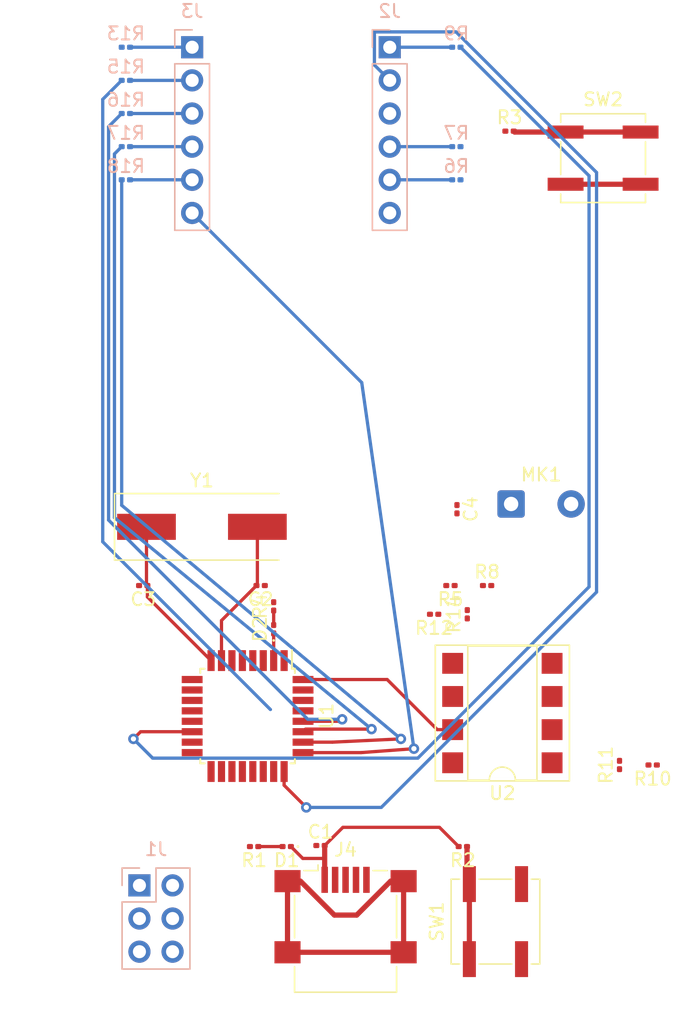
<source format=kicad_pcb>
(kicad_pcb (version 20211014) (generator pcbnew)
  (layers (0 "F.Cu" signal) (31 "B.Cu" signal) (34 "B.Paste" user) (35 "F.Paste" user) (36 "B.SilkS" user "B.Silkscreen") (37 "F.SilkS" user "F.Silkscreen") (38 "B.Mask" user) (39 "F.Mask" user) (44 "Edge.Cuts" user))
  (net 0 "")
  (net 1 "GND")
  (net 2 "RESET")
  (net 3 "XTAL1")
  (net 4 "XTAL2")
  (net 5 "Net-(C4-Pad1)")
  (net 6 "Net-(C4-Pad2)")
  (net 7 "Net-(D1-Pad2)")
  (net 8 "D4")
  (net 9 "Net-(D2-Pad2)")
  (net 10 "MISO1")
  (net 11 "SCK1")
  (net 12 "MOSI1")
  (net 13 "Net-(J2-Pad1)")
  (net 14 "B1")
  (net 15 "B0")
  (net 16 "Net-(J2-Pad4)")
  (net 17 "Net-(J2-Pad5)")
  (net 18 "D5")
  (net 19 "Net-(J3-Pad1)")
  (net 20 "Net-(J3-Pad2)")
  (net 21 "Net-(J3-Pad3)")
  (net 22 "Net-(J3-Pad4)")
  (net 23 "Net-(J3-Pad5)")
  (net 24 "C2")
  (net 28 "unconnected-(J4-Pad6)")
  (net 29 "Net-(R2-Pad1)")
  (net 30 "INT1")
  (net 31 "D6")
  (net 32 "D7")
  (net 33 "B2")
  (net 34 "Net-(R10-Pad2)")
  (net 35 "Net-(R11-Pad1)")
  (net 36 "Net-(R12-Pad1)")
  (net 37 "D1")
  (net 38 "D0")
  (net 39 "C5")
  (net 40 "C4")
  (net 41 "C3")
  (net 46 "INT0")
  (net 47 "+5V")
  (footprint "Connector_USB:USB_Mini-B_Lumberg_2486_01_Horizontal" (layer "F.Cu") (at 121.92 132.08)
    (fp_text reference "J4" (at 0 -5) (layer "F.SilkS"))
    (fp_text value "USB_B_Mini")
    (fp_line (start -3.19 -3.41) (end -2.11 -3.41) (layer "F.SilkS") (width 0.12))
    (fp_line (start -3.91 1.74) (end -3.91 -1.49) (layer "F.SilkS") (width 0.12))
    (fp_line (start 3.91 5.91) (end 3.91 3.96) (layer "F.SilkS") (width 0.12))
    (fp_line (start -2.11 -3.41) (end -2.11 -3.84) (layer "F.SilkS") (width 0.12))
    (fp_line (start 2.11 -3.41) (end 3.19 -3.41) (layer "F.SilkS") (width 0.12))
    (fp_line (start 3.91 5.91) (end -3.91 5.91) (layer "F.SilkS") (width 0.12))
    (fp_line (start -3.91 5.91) (end -3.91 3.96) (layer "F.SilkS") (width 0.12))
    (fp_line (start 3.91 1.74) (end 3.91 -1.49) (layer "F.SilkS") (width 0.12))
    (pad "" np_thru_hole circle locked (at -2.2 0) (size 1 1) (drill 1) (layers *.Cu *.Mask))
    (pad "" np_thru_hole circle locked (at 2.2 0) (size 1 1) (drill 1) (layers *.Cu *.Mask))
    (pad "1" smd rect locked (at -1.6 -2.7) (size 0.5 2) (layers "F.Cu" "F.Paste" "F.Mask") (net 47 "+5V"))
    (pad "2" smd rect locked (at -0.8 -2.7) (size 0.5 2) (layers "F.Cu" "F.Paste" "F.Mask"))
    (pad "3" smd rect locked (at 0 -2.7) (size 0.5 2) (layers "F.Cu" "F.Paste" "F.Mask"))
    (pad "4" smd rect locked (at 0.8 -2.7) (size 0.5 2) (layers "F.Cu" "F.Paste" "F.Mask"))
    (pad "5" smd rect locked (at 1.6 -2.7) (size 0.5 2) (layers "F.Cu" "F.Paste" "F.Mask") (net 1 "GND"))
    (pad "6" smd rect locked (at -4.45 2.85) (size 2 1.7) (layers "F.Cu" "F.Paste" "F.Mask") (net 28 "unconnected-(J4-Pad6)"))
    (pad "6" smd rect locked (at 4.45 2.85) (size 2 1.7) (layers "F.Cu" "F.Paste" "F.Mask") (net 28 "unconnected-(J4-Pad6)"))
    (pad "6" smd rect locked (at 4.45 -2.6) (size 2 1.7) (layers "F.Cu" "F.Paste" "F.Mask") (net 28 "unconnected-(J4-Pad6)"))
    (pad "6" smd rect locked (at -4.45 -2.6) (size 2 1.7) (layers "F.Cu" "F.Paste" "F.Mask") (net 28 "unconnected-(J4-Pad6)"))
  )
  (footprint "Button_Switch_SMD:SW_SPST_B3SL-1002P" (layer "F.Cu") (at 141.66 74.08)
    (fp_text reference "SW2" (at 0 -4.5) (layer "F.SilkS"))
    (fp_text value "SW_Push")
    (fp_line (start 3.25 2.75) (end 3.25 3.4) (layer "F.SilkS") (width 0.12))
    (fp_line (start -3.25 3.4) (end -3.25 2.75) (layer "F.SilkS") (width 0.12))
    (fp_line (start -3.25 -3.4) (end -3.25 -2.75) (layer "F.SilkS") (width 0.12))
    (fp_line (start 3.25 -1.25) (end 3.25 1.25) (layer "F.SilkS") (width 0.12))
    (fp_line (start 3.25 -2.75) (end 3.25 -3.4) (layer "F.SilkS") (width 0.12))
    (fp_line (start 3.25 3.4) (end -3.25 3.4) (layer "F.SilkS") (width 0.12))
    (fp_line (start 3.25 -3.4) (end -3.25 -3.4) (layer "F.SilkS") (width 0.12))
    (fp_line (start -3.25 -1.25) (end -3.25 1.25) (layer "F.SilkS") (width 0.12))
    (pad "1" smd rect locked (at -2.875 -2) (size 2.75 1) (layers "F.Cu" "F.Paste" "F.Mask") (net 30 "INT1"))
    (pad "1" smd rect locked (at 2.875 -2) (size 2.75 1) (layers "F.Cu" "F.Paste" "F.Mask") (net 30 "INT1"))
    (pad "2" smd rect locked (at -2.875 2) (size 2.75 1) (layers "F.Cu" "F.Paste" "F.Mask") (net 1 "GND"))
    (pad "2" smd rect locked (at 2.875 2) (size 2.75 1) (layers "F.Cu" "F.Paste" "F.Mask") (net 1 "GND"))
  )
  (footprint "Capacitor_SMD:C_0201_0603Metric" (layer "F.Cu") (at 106.41 106.83 180)
    (fp_text reference "C3" (at 0 -1.05) (layer "F.SilkS"))
    (fp_text value "22p")
    (pad "1" smd roundrect locked (at -0.32 0 180) (size 0.46 0.4) (layers "F.Cu" "F.Mask") (net 4 "XTAL2"))
    (pad "2" smd roundrect locked (at 0.32 0 180) (size 0.46 0.4) (layers "F.Cu" "F.Mask") (net 1 "GND"))
  )
  (footprint "Capacitor_SMD:C_0201_0603Metric" (layer "F.Cu") (at 130.46 100.98 -90)
    (fp_text reference "C4" (at 0 -1.05 90) (layer "F.SilkS"))
    (fp_text value "C_Small")
    (pad "1" smd roundrect locked (at -0.32 0 270) (size 0.46 0.4) (layers "F.Cu" "F.Mask") (net 5 "Net-(C4-Pad1)"))
    (pad "2" smd roundrect locked (at 0.32 0 270) (size 0.46 0.4) (layers "F.Cu" "F.Mask") (net 6 "Net-(C4-Pad2)"))
  )
  (footprint "Resistor_SMD:R_0201_0603Metric" (layer "F.Cu") (at 130.91 126.83 180)
    (fp_text reference "R2" (at 0 -1.05) (layer "F.SilkS"))
    (fp_text value "10k")
    (pad "1" smd roundrect locked (at -0.32 0 180) (size 0.46 0.4) (layers "F.Cu" "F.Mask") (net 29 "Net-(R2-Pad1)"))
    (pad "2" smd roundrect locked (at 0.32 0 180) (size 0.46 0.4) (layers "F.Cu" "F.Mask") (net 47 "+5V"))
  )
  (footprint "Resistor_SMD:R_0201_0603Metric" (layer "F.Cu") (at 116.41 108.425 90)
    (fp_text reference "R4" (at 0 -1.05 90) (layer "F.SilkS"))
    (fp_text value "10k")
    (pad "1" smd roundrect locked (at -0.32 0 90) (size 0.46 0.4) (layers "F.Cu" "F.Mask") (net 9 "Net-(D2-Pad2)"))
    (pad "2" smd roundrect locked (at 0.32 0 90) (size 0.46 0.4) (layers "F.Cu" "F.Mask") (net 1 "GND"))
  )
  (footprint "Resistor_SMD:R_0201_0603Metric" (layer "F.Cu") (at 129.96 106.83 180)
    (fp_text reference "R5" (at 0 -1.05) (layer "F.SilkS"))
    (fp_text value "1k")
    (pad "1" smd roundrect locked (at -0.32 0 180) (size 0.46 0.4) (layers "F.Cu" "F.Mask") (net 1 "GND"))
    (pad "2" smd roundrect locked (at 0.32 0 180) (size 0.46 0.4) (layers "F.Cu" "F.Mask") (net 5 "Net-(C4-Pad1)"))
  )
  (footprint "Crystal:Crystal_SMD_HC49-SD" (layer "F.Cu") (at 110.91 102.33)
    (fp_text reference "Y1" (at 0 -3.55) (layer "F.SilkS"))
    (fp_text value "16MHz")
    (fp_line (start 5.9 -2.55) (end -6.7 -2.55) (layer "F.SilkS") (width 0.12))
    (fp_line (start -6.7 2.55) (end 5.9 2.55) (layer "F.SilkS") (width 0.12))
    (fp_line (start -6.7 -2.55) (end -6.7 2.55) (layer "F.SilkS") (width 0.12))
    (pad "1" smd rect locked (at -4.25 0) (size 4.5 2) (layers "F.Cu" "F.Paste" "F.Mask") (net 4 "XTAL2"))
    (pad "2" smd rect locked (at 4.25 0) (size 4.5 2) (layers "F.Cu" "F.Paste" "F.Mask") (net 3 "XTAL1"))
  )
  (footprint "Resistor_SMD:R_0201_0603Metric" (layer "F.Cu") (at 131.25 109.03 90)
    (fp_text reference "R14" (at 0 -1.05 90) (layer "F.SilkS"))
    (fp_text value "10k")
    (pad "1" smd roundrect locked (at -0.32 0 90) (size 0.46 0.4) (layers "F.Cu" "F.Mask") (net 47 "+5V"))
    (pad "2" smd roundrect locked (at 0.32 0 90) (size 0.46 0.4) (layers "F.Cu" "F.Mask") (net 36 "Net-(R12-Pad1)"))
  )
  (footprint "Resistor_SMD:R_0201_0603Metric" (layer "F.Cu") (at 128.71 109.03 180)
    (fp_text reference "R12" (at 0 -1.05) (layer "F.SilkS"))
    (fp_text value "10k")
    (pad "1" smd roundrect locked (at -0.32 0 180) (size 0.46 0.4) (layers "F.Cu" "F.Mask") (net 36 "Net-(R12-Pad1)"))
    (pad "2" smd roundrect locked (at 0.32 0 180) (size 0.46 0.4) (layers "F.Cu" "F.Mask") (net 1 "GND"))
  )
  (footprint "LED_SMD:LED_0201_0603Metric" (layer "F.Cu") (at 117.41 126.83 180)
    (fp_text reference "D1" (at 0 -1.05) (layer "F.SilkS"))
    (fp_text value "RED_LED")
    (fp_circle (center -0.86 0) (end -0.81 0) (layer "F.SilkS") (width 0.1) (fill none))
    (pad "1" smd roundrect locked (at -0.32 0 180) (size 0.46 0.4) (layers "F.Cu" "F.Mask") (net 47 "+5V"))
    (pad "2" smd roundrect locked (at 0.32 0 180) (size 0.46 0.4) (layers "F.Cu" "F.Mask") (net 7 "Net-(D1-Pad2)"))
  )
  (footprint "Resistor_SMD:R_0201_0603Metric" (layer "F.Cu") (at 142.92 120.58 90)
    (fp_text reference "R11" (at 0 -1.05 90) (layer "F.SilkS"))
    (fp_text value "100k")
    (pad "1" smd roundrect locked (at -0.32 0 90) (size 0.46 0.4) (layers "F.Cu" "F.Mask") (net 35 "Net-(R11-Pad1)"))
    (pad "2" smd roundrect locked (at 0.32 0 90) (size 0.46 0.4) (layers "F.Cu" "F.Mask") (net 34 "Net-(R10-Pad2)"))
  )
  (footprint "Resistor_SMD:R_0201_0603Metric" (layer "F.Cu") (at 145.46 120.58 180)
    (fp_text reference "R10" (at 0 -1.05) (layer "F.SilkS"))
    (fp_text value "1k")
    (pad "1" smd roundrect locked (at -0.32 0 180) (size 0.46 0.4) (layers "F.Cu" "F.Mask") (net 1 "GND"))
    (pad "2" smd roundrect locked (at 0.32 0 180) (size 0.46 0.4) (layers "F.Cu" "F.Mask") (net 34 "Net-(R10-Pad2)"))
  )
  (footprint "Capacitor_SMD:C_0201_0603Metric" (layer "F.Cu") (at 115.41 106.83 180)
    (fp_text reference "C2" (at 0 -1.05) (layer "F.SilkS"))
    (fp_text value "22p")
    (pad "1" smd roundrect locked (at -0.32 0 180) (size 0.46 0.4) (layers "F.Cu" "F.Mask") (net 1 "GND"))
    (pad "2" smd roundrect locked (at 0.32 0 180) (size 0.46 0.4) (layers "F.Cu" "F.Mask") (net 3 "XTAL1"))
  )
  (footprint "Button_Switch_SMD:SW_SPST_B3SL-1002P" (layer "F.Cu") (at 133.41 132.58 90)
    (fp_text reference "SW1" (at 0 -4.5 90) (layer "F.SilkS"))
    (fp_text value "SW_Push")
    (fp_line (start 3.25 -1.25) (end 3.25 1.25) (layer "F.SilkS") (width 0.12))
    (fp_line (start 3.25 2.75) (end 3.25 3.4) (layer "F.SilkS") (width 0.12))
    (fp_line (start 3.25 -2.75) (end 3.25 -3.4) (layer "F.SilkS") (width 0.12))
    (fp_line (start 3.25 3.4) (end -3.25 3.4) (layer "F.SilkS") (width 0.12))
    (fp_line (start -3.25 3.4) (end -3.25 2.75) (layer "F.SilkS") (width 0.12))
    (fp_line (start -3.25 -3.4) (end -3.25 -2.75) (layer "F.SilkS") (width 0.12))
    (fp_line (start 3.25 -3.4) (end -3.25 -3.4) (layer "F.SilkS") (width 0.12))
    (fp_line (start -3.25 -1.25) (end -3.25 1.25) (layer "F.SilkS") (width 0.12))
    (pad "1" smd rect locked (at -2.875 -2 90) (size 2.75 1) (layers "F.Cu" "F.Paste" "F.Mask") (net 29 "Net-(R2-Pad1)"))
    (pad "1" smd rect locked (at 2.875 -2 90) (size 2.75 1) (layers "F.Cu" "F.Paste" "F.Mask") (net 29 "Net-(R2-Pad1)"))
    (pad "2" smd rect locked (at -2.875 2 90) (size 2.75 1) (layers "F.Cu" "F.Paste" "F.Mask") (net 1 "GND"))
    (pad "2" smd rect locked (at 2.875 2 90) (size 2.75 1) (layers "F.Cu" "F.Paste" "F.Mask") (net 1 "GND"))
  )
  (footprint "Package_QFP:TQFP-32_7x7mm_P0.8mm" (layer "F.Cu") (at 114.41 116.83 -90)
    (fp_text reference "U1" (at 0 -6.05 90) (layer "F.SilkS"))
    (fp_text value "ATmega88-20A")
    (fp_line (start 3.625 3.625) (end 3.625 3.3) (layer "F.SilkS") (width 0.15))
    (fp_line (start 3.625 3.625) (end 3.3 3.625) (layer "F.SilkS") (width 0.15))
    (fp_line (start -3.625 -3.625) (end -3.3 -3.625) (layer "F.SilkS") (width 0.15))
    (fp_line (start 3.625 -3.625) (end 3.625 -3.3) (layer "F.SilkS") (width 0.15))
    (fp_line (start -3.625 -3.4) (end -5.05 -3.4) (layer "F.SilkS") (width 0.15))
    (fp_line (start -3.625 -3.625) (end -3.625 -3.4) (layer "F.SilkS") (width 0.15))
    (fp_line (start -3.625 3.625) (end -3.3 3.625) (layer "F.SilkS") (width 0.15))
    (fp_line (start -3.625 3.625) (end -3.625 3.3) (layer "F.SilkS") (width 0.15))
    (fp_line (start 3.625 -3.625) (end 3.3 -3.625) (layer "F.SilkS") (width 0.15))
    (pad "1" smd rect locked (at -4.25 -2.8 270) (size 1.6 0.55) (layers "F.Cu" "F.Paste" "F.Mask") (net 30 "INT1"))
    (pad "2" smd rect locked (at -4.25 -2 270) (size 1.6 0.55) (layers "F.Cu" "F.Paste" "F.Mask") (net 8 "D4"))
    (pad "3" smd rect locked (at -4.25 -1.2 270) (size 1.6 0.55) (layers "F.Cu" "F.Paste" "F.Mask") (net 1 "GND"))
    (pad "4" smd rect locked (at -4.25 -0.4 270) (size 1.6 0.55) (layers "F.Cu" "F.Paste" "F.Mask") (net 47 "+5V"))
    (pad "5" smd rect locked (at -4.25 0.4 270) (size 1.6 0.55) (layers "F.Cu" "F.Paste" "F.Mask") (net 1 "GND"))
    (pad "6" smd rect locked (at -4.25 1.2 270) (size 1.6 0.55) (layers "F.Cu" "F.Paste" "F.Mask") (net 47 "+5V"))
    (pad "7" smd rect locked (at -4.25 2 270) (size 1.6 0.55) (layers "F.Cu" "F.Paste" "F.Mask") (net 3 "XTAL1"))
    (pad "8" smd rect locked (at -4.25 2.8 270) (size 1.6 0.55) (layers "F.Cu" "F.Paste" "F.Mask") (net 4 "XTAL2"))
    (pad "9" smd rect locked (at -2.8 4.25) (size 1.6 0.55) (layers "F.Cu" "F.Paste" "F.Mask") (net 18 "D5"))
    (pad "10" smd rect locked (at -2 4.25) (size 1.6 0.55) (layers "F.Cu" "F.Paste" "F.Mask") (net 31 "D6"))
    (pad "11" smd rect locked (at -1.2 4.25) (size 1.6 0.55) (layers "F.Cu" "F.Paste" "F.Mask") (net 32 "D7"))
    (pad "12" smd rect locked (at -0.4 4.25) (size 1.6 0.55) (layers "F.Cu" "F.Paste" "F.Mask"))
    (pad "13" smd rect locked (at 0.4 4.25) (size 1.6 0.55) (layers "F.Cu" "F.Paste" "F.Mask"))
    (pad "14" smd rect locked (at 1.2 4.25) (size 1.6 0.55) (layers "F.Cu" "F.Paste" "F.Mask") (net 33 "B2"))
    (pad "15" smd rect locked (at 2 4.25) (size 1.6 0.55) (layers "F.Cu" "F.Paste" "F.Mask") (net 12 "MOSI1"))
    (pad "16" smd rect locked (at 2.8 4.25) (size 1.6 0.55) (layers "F.Cu" "F.Paste" "F.Mask") (net 10 "MISO1"))
    (pad "17" smd rect locked (at 4.25 2.8 270) (size 1.6 0.55) (layers "F.Cu" "F.Paste" "F.Mask") (net 11 "SCK1"))
    (pad "18" smd rect locked (at 4.25 2 270) (size 1.6 0.55) (layers "F.Cu" "F.Paste" "F.Mask") (net 47 "+5V"))
    (pad "19" smd rect locked (at 4.25 1.2 270) (size 1.6 0.55) (layers "F.Cu" "F.Paste" "F.Mask"))
    (pad "20" smd rect locked (at 4.25 0.4 270) (size 1.6 0.55) (layers "F.Cu" "F.Paste" "F.Mask") (net 47 "+5V"))
    (pad "21" smd rect locked (at 4.25 -0.4 270) (size 1.6 0.55) (layers "F.Cu" "F.Paste" "F.Mask") (net 1 "GND"))
    (pad "22" smd rect locked (at 4.25 -1.2 270) (size 1.6 0.55) (layers "F.Cu" "F.Paste" "F.Mask"))
    (pad "23" smd rect locked (at 4.25 -2 270) (size 1.6 0.55) (layers "F.Cu" "F.Paste" "F.Mask") (net 15 "B0"))
    (pad "24" smd rect locked (at 4.25 -2.8 270) (size 1.6 0.55) (layers "F.Cu" "F.Paste" "F.Mask") (net 14 "B1"))
    (pad "25" smd rect locked (at 2.8 -4.25) (size 1.6 0.55) (layers "F.Cu" "F.Paste" "F.Mask") (net 24 "C2"))
    (pad "26" smd rect locked (at 2 -4.25) (size 1.6 0.55) (layers "F.Cu" "F.Paste" "F.Mask") (net 41 "C3"))
    (pad "27" smd rect locked (at 1.2 -4.25) (size 1.6 0.55) (layers "F.Cu" "F.Paste" "F.Mask") (net 40 "C4"))
    (pad "28" smd rect locked (at 0.4 -4.25) (size 1.6 0.55) (layers "F.Cu" "F.Paste" "F.Mask") (net 39 "C5"))
    (pad "29" smd rect locked (at -0.4 -4.25) (size 1.6 0.55) (layers "F.Cu" "F.Paste" "F.Mask") (net 29 "Net-(R2-Pad1)"))
    (pad "30" smd rect locked (at -1.2 -4.25) (size 1.6 0.55) (layers "F.Cu" "F.Paste" "F.Mask") (net 38 "D0"))
    (pad "31" smd rect locked (at -2 -4.25) (size 1.6 0.55) (layers "F.Cu" "F.Paste" "F.Mask") (net 37 "D1"))
    (pad "32" smd rect locked (at -2.8 -4.25) (size 1.6 0.55) (layers "F.Cu" "F.Paste" "F.Mask") (net 46 "INT0"))
  )
  (footprint "LED_SMD:LED_0201_0603Metric" (layer "F.Cu") (at 116.41 110.175 90)
    (fp_text reference "D2" (at 0 -1.05 90) (layer "F.SilkS"))
    (fp_text value "BLUE_LED")
    (fp_circle (center -0.86 0) (end -0.81 0) (layer "F.SilkS") (width 0.1) (fill none))
    (pad "1" smd roundrect locked (at -0.32 0 90) (size 0.46 0.4) (layers "F.Cu" "F.Mask") (net 8 "D4"))
    (pad "2" smd roundrect locked (at 0.32 0 90) (size 0.46 0.4) (layers "F.Cu" "F.Mask") (net 9 "Net-(D2-Pad2)"))
  )
  (footprint "Capacitor_SMD:C_0201_0603Metric" (layer "F.Cu") (at 120 126.75)
    (fp_text reference "C1" (at 0 -1.05) (layer "F.SilkS"))
    (fp_text value "C_Small")
    (pad "1" smd roundrect locked (at -0.32 0) (size 0.46 0.4) (layers "F.Cu" "F.Mask") (net 1 "GND"))
    (pad "2" smd roundrect locked (at 0.32 0) (size 0.46 0.4) (layers "F.Cu" "F.Mask") (net 47 "+5V"))
  )
  (footprint "Resistor_SMD:R_0201_0603Metric" (layer "F.Cu") (at 132.77 106.83)
    (fp_text reference "R8" (at 0 -1.05) (layer "F.SilkS"))
    (fp_text value "100k")
    (pad "1" smd roundrect locked (at -0.32 0) (size 0.46 0.4) (layers "F.Cu" "F.Mask") (net 1 "GND"))
    (pad "2" smd roundrect locked (at 0.32 0) (size 0.46 0.4) (layers "F.Cu" "F.Mask") (net 6 "Net-(C4-Pad2)"))
  )
  (footprint "Resistor_SMD:R_0201_0603Metric" (layer "F.Cu") (at 134.49 72.01)
    (fp_text reference "R3" (at 0 -1.05) (layer "F.SilkS"))
    (fp_text value "10k")
    (pad "1" smd roundrect locked (at -0.32 0) (size 0.46 0.4) (layers "F.Cu" "F.Mask") (net 47 "+5V"))
    (pad "2" smd roundrect locked (at 0.32 0) (size 0.46 0.4) (layers "F.Cu" "F.Mask") (net 30 "INT1"))
  )
  (footprint "Connector_Wire:SolderWire-0.5sqmm_1x02_P4.6mm_D0.9mm_OD2.1mm" (layer "F.Cu") (at 134.61 100.58)
    (fp_text reference "MK1" (at 2.3 -2.25) (layer "F.SilkS"))
    (fp_text value "Microphone")
    (pad "1" thru_hole roundrect locked (at 0 0) (size 2.1 2.1) (drill 1.1) (layers *.Cu *.Mask) (roundrect_rratio 0.119048) (net 5 "Net-(C4-Pad1)"))
    (pad "2" thru_hole circle locked (at 4.6 0) (size 2.1 2.1) (drill 1.1) (layers *.Cu *.Mask) (net 47 "+5V"))
  )
  (footprint "Package_DIP:DIP-8_W7.62mm_SMDSocket_SmallPads" (layer "F.Cu") (at 133.94 116.6 180)
    (fp_text reference "U2" (at 0 -6.14) (layer "F.SilkS"))
    (fp_text value "LM358")
    (fp_line (start 2.65 -5.14) (end 1 -5.14) (layer "F.SilkS") (width 0.12))
    (fp_line (start 5.14 5.2) (end 5.14 -5.2) (layer "F.SilkS") (width 0.12))
    (fp_line (start -5.14 -5.2) (end -5.14 5.2) (layer "F.SilkS") (width 0.12))
    (fp_line (start -2.65 5.14) (end 2.65 5.14) (layer "F.SilkS") (width 0.12))
    (fp_line (start -2.65 -5.14) (end -2.65 5.14) (layer "F.SilkS") (width 0.12))
    (fp_line (start 5.14 -5.2) (end -5.14 -5.2) (layer "F.SilkS") (width 0.12))
    (fp_line (start -5.14 5.2) (end 5.14 5.2) (layer "F.SilkS") (width 0.12))
    (fp_line (start -1 -5.14) (end -2.65 -5.14) (layer "F.SilkS") (width 0.12))
    (fp_line (start 2.65 5.14) (end 2.65 -5.14) (layer "F.SilkS") (width 0.12))
    (fp_arc (start 1 -5.14) (mid 0 -4.14) (end -1 -5.14) (layer "F.SilkS") (width 0.12))
    (pad "1" smd rect locked (at -3.81 -3.81 180) (size 1.6 1.6) (layers "F.Cu" "F.Paste" "F.Mask") (net 35 "Net-(R11-Pad1)"))
    (pad "2" smd rect locked (at -3.81 -1.27 180) (size 1.6 1.6) (layers "F.Cu" "F.Paste" "F.Mask") (net 34 "Net-(R10-Pad2)"))
    (pad "3" smd rect locked (at -3.81 1.27 180) (size 1.6 1.6) (layers "F.Cu" "F.Paste" "F.Mask") (net 6 "Net-(C4-Pad2)"))
    (pad "4" smd rect locked (at -3.81 3.81 180) (size 1.6 1.6) (layers "F.Cu" "F.Paste" "F.Mask") (net 1 "GND"))
    (pad "5" smd rect locked (at 3.81 3.81 180) (size 1.6 1.6) (layers "F.Cu" "F.Paste" "F.Mask") (net 35 "Net-(R11-Pad1)"))
    (pad "6" smd rect locked (at 3.81 1.27 180) (size 1.6 1.6) (layers "F.Cu" "F.Paste" "F.Mask") (net 36 "Net-(R12-Pad1)"))
    (pad "7" smd rect locked (at 3.81 -1.27 180) (size 1.6 1.6) (layers "F.Cu" "F.Paste" "F.Mask") (net 46 "INT0"))
    (pad "8" smd rect locked (at 3.81 -3.81 180) (size 1.6 1.6) (layers "F.Cu" "F.Paste" "F.Mask") (net 47 "+5V"))
  )
  (footprint "Resistor_SMD:R_0201_0603Metric" (layer "F.Cu") (at 114.91 126.83 180)
    (fp_text reference "R1" (at 0 -1.05) (layer "F.SilkS"))
    (fp_text value "10k")
    (pad "1" smd roundrect locked (at -0.32 0 180) (size 0.46 0.4) (layers "F.Cu" "F.Mask") (net 7 "Net-(D1-Pad2)"))
    (pad "2" smd roundrect locked (at 0.32 0 180) (size 0.46 0.4) (layers "F.Cu" "F.Mask") (net 1 "GND"))
  )
  (footprint "Connector_PinSocket_2.54mm:PinSocket_1x06_P2.54mm_Vertical" (layer "B.Cu") (at 110.16 65.58 180)
    (fp_text reference "J3" (at 0 2.77) (layer "B.SilkS") (effects (justify mirror)))
    (fp_text value "Conn_01x06")
    (fp_line (start 0 1.33) (end 1.33 1.33) (layer "B.SilkS") (width 0.12))
    (fp_line (start -1.33 -14.03) (end 1.33 -14.03) (layer "B.SilkS") (width 0.12))
    (fp_line (start -1.33 -1.27) (end -1.33 -14.03) (layer "B.SilkS") (width 0.12))
    (fp_line (start 1.33 -1.27) (end 1.33 -14.03) (layer "B.SilkS") (width 0.12))
    (fp_line (start -1.33 -1.27) (end 1.33 -1.27) (layer "B.SilkS") (width 0.12))
    (fp_line (start 1.33 1.33) (end 1.33 0) (layer "B.SilkS") (width 0.12))
    (pad "1" thru_hole rect locked (at 0 0 180) (size 1.7 1.7) (drill 1) (layers *.Cu *.Mask) (net 19 "Net-(J3-Pad1)"))
    (pad "2" thru_hole oval locked (at 0 -2.54 180) (size 1.7 1.7) (drill 1) (layers *.Cu *.Mask) (net 20 "Net-(J3-Pad2)"))
    (pad "3" thru_hole oval locked (at 0 -5.08 180) (size 1.7 1.7) (drill 1) (layers *.Cu *.Mask) (net 21 "Net-(J3-Pad3)"))
    (pad "4" thru_hole oval locked (at 0 -7.62 180) (size 1.7 1.7) (drill 1) (layers *.Cu *.Mask) (net 22 "Net-(J3-Pad4)"))
    (pad "5" thru_hole oval locked (at 0 -10.16 180) (size 1.7 1.7) (drill 1) (layers *.Cu *.Mask) (net 23 "Net-(J3-Pad5)"))
    (pad "6" thru_hole oval locked (at 0 -12.7 180) (size 1.7 1.7) (drill 1) (layers *.Cu *.Mask) (net 24 "C2"))
  )
  (footprint "Resistor_SMD:R_0201_0603Metric" (layer "B.Cu") (at 130.41119 73.2 180)
    (fp_text reference "R7" (at 0 1.05) (layer "B.SilkS") (effects (justify mirror)))
    (fp_text value "500")
    (pad "1" smd roundrect locked (at -0.32 0 180) (size 0.46 0.4) (layers "B.Cu" "B.Mask") (net 32 "D7"))
    (pad "2" smd roundrect locked (at 0.32 0 180) (size 0.46 0.4) (layers "B.Cu" "B.Mask") (net 16 "Net-(J2-Pad4)"))
  )
  (footprint "Resistor_SMD:R_0201_0603Metric" (layer "B.Cu") (at 130.41119 65.58 180)
    (fp_text reference "R9" (at 0 1.05) (layer "B.SilkS") (effects (justify mirror)))
    (fp_text value "500")
    (pad "1" smd roundrect locked (at -0.32 0 180) (size 0.46 0.4) (layers "B.Cu" "B.Mask") (net 33 "B2"))
    (pad "2" smd roundrect locked (at 0.32 0 180) (size 0.46 0.4) (layers "B.Cu" "B.Mask") (net 13 "Net-(J2-Pad1)"))
  )
  (footprint "Resistor_SMD:R_0201_0603Metric" (layer "B.Cu") (at 105.08 70.66 180)
    (fp_text reference "R16" (at 0 1.05) (layer "B.SilkS") (effects (justify mirror)))
    (fp_text value "500")
    (pad "1" smd roundrect locked (at -0.32 0 180) (size 0.46 0.4) (layers "B.Cu" "B.Mask") (net 21 "Net-(J3-Pad3)"))
    (pad "2" smd roundrect locked (at 0.32 0 180) (size 0.46 0.4) (layers "B.Cu" "B.Mask") (net 39 "C5"))
  )
  (footprint "Resistor_SMD:R_0201_0603Metric" (layer "B.Cu") (at 105.08 75.74 180)
    (fp_text reference "R18" (at 0 1.05) (layer "B.SilkS") (effects (justify mirror)))
    (fp_text value "500")
    (pad "1" smd roundrect locked (at -0.32 0 180) (size 0.46 0.4) (layers "B.Cu" "B.Mask") (net 23 "Net-(J3-Pad5)"))
    (pad "2" smd roundrect locked (at 0.32 0 180) (size 0.46 0.4) (layers "B.Cu" "B.Mask") (net 41 "C3"))
  )
  (footprint "Resistor_SMD:R_0201_0603Metric" (layer "B.Cu") (at 105.08 65.58 180)
    (fp_text reference "R13" (at 0 1.05) (layer "B.SilkS") (effects (justify mirror)))
    (fp_text value "500")
    (pad "1" smd roundrect locked (at -0.32 0 180) (size 0.46 0.4) (layers "B.Cu" "B.Mask") (net 19 "Net-(J3-Pad1)"))
    (pad "2" smd roundrect locked (at 0.32 0 180) (size 0.46 0.4) (layers "B.Cu" "B.Mask") (net 37 "D1"))
  )
  (footprint "Connector_PinSocket_2.54mm:PinSocket_2x03_P2.54mm_Vertical" (layer "B.Cu") (at 106.12 129.805 180)
    (fp_text reference "J1" (at -1.27 2.77) (layer "B.SilkS") (effects (justify mirror)))
    (fp_text value "Conn_02x03_Counter_Clockwise")
    (fp_line (start -3.87 1.33) (end -1.27 1.33) (layer "B.SilkS") (width 0.12))
    (fp_line (start -3.87 -6.41) (end 1.33 -6.41) (layer "B.SilkS") (width 0.12))
    (fp_line (start 1.33 -1.27) (end 1.33 -6.41) (layer "B.SilkS") (width 0.12))
    (fp_line (start -1.27 1.33) (end -1.27 -1.27) (layer "B.SilkS") (width 0.12))
    (fp_line (start -3.87 1.33) (end -3.87 -6.41) (layer "B.SilkS") (width 0.12))
    (fp_line (start 1.33 1.33) (end 1.33 0) (layer "B.SilkS") (width 0.12))
    (fp_line (start -1.27 -1.27) (end 1.33 -1.27) (layer "B.SilkS") (width 0.12))
    (fp_line (start 0 1.33) (end 1.33 1.33) (layer "B.SilkS") (width 0.12))
    (pad "1" thru_hole rect locked (at 0 0 180) (size 1.7 1.7) (drill 1) (layers *.Cu *.Mask) (net 47 "+5V"))
    (pad "2" thru_hole oval locked (at -2.54 0 180) (size 1.7 1.7) (drill 1) (layers *.Cu *.Mask) (net 10 "MISO1"))
    (pad "3" thru_hole oval locked (at 0 -2.54 180) (size 1.7 1.7) (drill 1) (layers *.Cu *.Mask) (net 12 "MOSI1"))
    (pad "4" thru_hole oval locked (at -2.54 -2.54 180) (size 1.7 1.7) (drill 1) (layers *.Cu *.Mask) (net 11 "SCK1"))
    (pad "5" thru_hole oval locked (at 0 -5.08 180) (size 1.7 1.7) (drill 1) (layers *.Cu *.Mask) (net 1 "GND"))
    (pad "6" thru_hole oval locked (at -2.54 -5.08 180) (size 1.7 1.7) (drill 1) (layers *.Cu *.Mask) (net 2 "RESET"))
  )
  (footprint "Resistor_SMD:R_0201_0603Metric" (layer "B.Cu") (at 105.08 68.12 180)
    (fp_text reference "R15" (at 0 1.05) (layer "B.SilkS") (effects (justify mirror)))
    (fp_text value "500")
    (pad "1" smd roundrect locked (at -0.32 0 180) (size 0.46 0.4) (layers "B.Cu" "B.Mask") (net 20 "Net-(J3-Pad2)"))
    (pad "2" smd roundrect locked (at 0.32 0 180) (size 0.46 0.4) (layers "B.Cu" "B.Mask") (net 38 "D0"))
  )
  (footprint "Connector_PinSocket_2.54mm:PinSocket_1x06_P2.54mm_Vertical" (layer "B.Cu") (at 125.30619 65.58 180)
    (fp_text reference "J2" (at 0 2.77) (layer "B.SilkS") (effects (justify mirror)))
    (fp_text value "Conn_01x06")
    (fp_line (start -1.33 -1.27) (end 1.33 -1.27) (layer "B.SilkS") (width 0.12))
    (fp_line (start 1.33 -1.27) (end 1.33 -14.03) (layer "B.SilkS") (width 0.12))
    (fp_line (start -1.33 -14.03) (end 1.33 -14.03) (layer "B.SilkS") (width 0.12))
    (fp_line (start 0 1.33) (end 1.33 1.33) (layer "B.SilkS") (width 0.12))
    (fp_line (start 1.33 1.33) (end 1.33 0) (layer "B.SilkS") (width 0.12))
    (fp_line (start -1.33 -1.27) (end -1.33 -14.03) (layer "B.SilkS") (width 0.12))
    (pad "1" thru_hole rect locked (at 0 0 180) (size 1.7 1.7) (drill 1) (layers *.Cu *.Mask) (net 13 "Net-(J2-Pad1)"))
    (pad "2" thru_hole oval locked (at 0 -2.54 180) (size 1.7 1.7) (drill 1) (layers *.Cu *.Mask) (net 14 "B1"))
    (pad "3" thru_hole oval locked (at 0 -5.08 180) (size 1.7 1.7) (drill 1) (layers *.Cu *.Mask) (net 15 "B0"))
    (pad "4" thru_hole oval locked (at 0 -7.62 180) (size 1.7 1.7) (drill 1) (layers *.Cu *.Mask) (net 16 "Net-(J2-Pad4)"))
    (pad "5" thru_hole oval locked (at 0 -10.16 180) (size 1.7 1.7) (drill 1) (layers *.Cu *.Mask) (net 17 "Net-(J2-Pad5)"))
    (pad "6" thru_hole oval locked (at 0 -12.7 180) (size 1.7 1.7) (drill 1) (layers *.Cu *.Mask) (net 18 "D5"))
  )
  (footprint "Resistor_SMD:R_0201_0603Metric" (layer "B.Cu") (at 105.08 73.2 180)
    (fp_text reference "R17" (at 0 1.05) (layer "B.SilkS") (effects (justify mirror)))
    (fp_text value "500")
    (pad "1" smd roundrect locked (at -0.32 0 180) (size 0.46 0.4) (layers "B.Cu" "B.Mask") (net 22 "Net-(J3-Pad4)"))
    (pad "2" smd roundrect locked (at 0.32 0 180) (size 0.46 0.4) (layers "B.Cu" "B.Mask") (net 40 "C4"))
  )
  (footprint "Resistor_SMD:R_0201_0603Metric" (layer "B.Cu") (at 130.41119 75.74 180)
    (fp_text reference "R6" (at 0 1.05) (layer "B.SilkS") (effects (justify mirror)))
    (fp_text value "500")
    (pad "1" smd roundrect locked (at -0.32 0 180) (size 0.46 0.4) (layers "B.Cu" "B.Mask") (net 31 "D6"))
    (pad "2" smd roundrect locked (at 0.32 0 180) (size 0.46 0.4) (layers "B.Cu" "B.Mask") (net 17 "Net-(J2-Pad5)"))
  )
  (segment (start 119.6 126.83) (end 119.68 126.75) (width 0.25) (layer "F.Cu") (net 1))
  (segment (start 138.785 76.08) (end 144.535 76.08) (width 0.4) (layer "F.Cu") (net 1))
  (segment (start 115.16 102.33) (end 115.16 106.76) (width 0.25) (layer "F.Cu") (net 3))
  (segment (start 112.41 112.58) (end 112.41 109.51) (width 0.25) (layer "F.Cu") (net 3))
  (segment (start 112.41 109.51) (end 115.09 106.83) (width 0.25) (layer "F.Cu") (net 3))
  (segment (start 115.16 106.76) (end 115.09 106.83) (width 0.25) (layer "F.Cu") (net 3))
  (segment (start 106.73 107.7) (end 111.61 112.58) (width 0.25) (layer "F.Cu") (net 4))
  (segment (start 106.73 106.83) (end 106.73 107.7) (width 0.25) (layer "F.Cu") (net 4))
  (segment (start 106.66 102.33) (end 106.66 106.76) (width 0.25) (layer "F.Cu") (net 4))
  (segment (start 106.66 106.76) (end 106.73 106.83) (width 0.25) (layer "F.Cu") (net 4))
  (segment (start 115.23 126.83) (end 117.09 126.83) (width 0.25) (layer "F.Cu") (net 7))
  (segment (start 116.41 110.495) (end 116.41 112.58) (width 0.25) (layer "F.Cu") (net 8))
  (segment (start 116.41 108.745) (end 116.41 109.855) (width 0.25) (layer "F.Cu") (net 9))
  (segment (start 125.30619 65.58) (end 130.09119 65.58) (width 0.25) (layer "B.Cu") (net 13))
  (segment (start 118.91 123.83) (end 117.21 122.13) (width 0.25) (layer "F.Cu") (net 14))
  (segment (start 117.21 122.13) (end 117.21 121.08) (width 0.25) (layer "F.Cu") (net 14))
  (via (at 118.91 123.83) (size 0.8) (drill 0.4) (layers "F.Cu" "B.Cu") (net 14))
  (segment (start 130.38704 64.405489) (end 141.16 75.178449) (width 0.25) (layer "B.Cu") (net 14))
  (segment (start 141.16 75.178449) (end 141.16 107.33) (width 0.25) (layer "B.Cu") (net 14))
  (segment (start 124.131679 66.945489) (end 124.131679 64.405489) (width 0.25) (layer "B.Cu") (net 14))
  (segment (start 124.131679 64.405489) (end 130.38704 64.405489) (width 0.25) (layer "B.Cu") (net 14))
  (segment (start 124.66 123.83) (end 118.91 123.83) (width 0.25) (layer "B.Cu") (net 14))
  (segment (start 141.16 107.33) (end 124.66 123.83) (width 0.25) (layer "B.Cu") (net 14))
  (segment (start 125.30619 68.12) (end 124.131679 66.945489) (width 0.25) (layer "B.Cu") (net 14))
  (segment (start 125.30619 73.2) (end 130.09119 73.2) (width 0.25) (layer "B.Cu") (net 16))
  (segment (start 125.30619 75.74) (end 130.09119 75.74) (width 0.25) (layer "B.Cu") (net 17))
  (segment (start 110.16 65.58) (end 105.4 65.58) (width 0.25) (layer "B.Cu") (net 19))
  (segment (start 110.16 68.12) (end 105.4 68.12) (width 0.25) (layer "B.Cu") (net 20))
  (segment (start 105.4 70.66) (end 110.16 70.66) (width 0.25) (layer "B.Cu") (net 21))
  (segment (start 110.16 73.2) (end 105.4 73.2) (width 0.25) (layer "B.Cu") (net 22))
  (segment (start 105.4 75.74) (end 110.16 75.74) (width 0.25) (layer "B.Cu") (net 23))
  (segment (start 123.11 119.63) (end 118.66 119.63) (width 0.25) (layer "F.Cu") (net 24))
  (segment (start 127.16 119.33) (end 123.11 119.63) (width 0.25) (layer "F.Cu") (net 24))
  (via (at 127.16 119.33) (size 0.8) (drill 0.4) (layers "F.Cu" "B.Cu") (net 24))
  (segment (start 123.16 91.28) (end 110.16 78.28) (width 0.25) (layer "B.Cu") (net 24))
  (segment (start 127.16 119.33) (end 123.16 91.28) (width 0.25) (layer "B.Cu") (net 24))
  (segment (start 117.47 134.93) (end 126.37 134.93) (width 0.4) (layer "F.Cu") (net 28))
  (segment (start 118.462827 129.48) (end 121.062827 132.08) (width 0.4) (layer "F.Cu") (net 28))
  (segment (start 117.47 129.48) (end 117.47 134.93) (width 0.4) (layer "F.Cu") (net 28))
  (segment (start 125.377173 129.48) (end 126.37 129.48) (width 0.4) (layer "F.Cu") (net 28))
  (segment (start 121.062827 132.08) (end 122.777173 132.08) (width 0.4) (layer "F.Cu") (net 28))
  (segment (start 126.37 129.48) (end 126.37 134.93) (width 0.4) (layer "F.Cu") (net 28))
  (segment (start 117.47 129.48) (end 118.462827 129.48) (width 0.4) (layer "F.Cu") (net 28))
  (segment (start 122.777173 132.08) (end 125.377173 129.48) (width 0.4) (layer "F.Cu") (net 28))
  (segment (start 131.41 135.455) (end 131.41 129.705) (width 0.4) (layer "F.Cu") (net 29))
  (segment (start 131.23 126.83) (end 131.23 129.525) (width 0.4) (layer "F.Cu") (net 29))
  (segment (start 131.23 129.525) (end 131.41 129.705) (width 0.4) (layer "F.Cu") (net 29))
  (segment (start 134.88 72.08) (end 138.785 72.08) (width 0.4) (layer "F.Cu") (net 30))
  (segment (start 134.81 72.01) (end 134.88 72.08) (width 0.4) (layer "F.Cu") (net 30))
  (segment (start 138.785 72.08) (end 144.535 72.08) (width 0.4) (layer "F.Cu") (net 30))
  (segment (start 105.66 118.58) (end 106.21 118.03) (width 0.25) (layer "F.Cu") (net 33))
  (segment (start 106.21 118.03) (end 110.16 118.03) (width 0.25) (layer "F.Cu") (net 33))
  (via (at 105.66 118.58) (size 0.8) (drill 0.4) (layers "F.Cu" "B.Cu") (net 33))
  (segment (start 140.584511 106.930103) (end 127.460103 120.054511) (width 0.25) (layer "B.Cu") (net 33))
  (segment (start 107.134511 120.054511) (end 105.66 118.58) (width 0.25) (layer "B.Cu") (net 33))
  (segment (start 140.584511 75.433321) (end 140.584511 106.930103) (width 0.25) (layer "B.Cu") (net 33))
  (segment (start 127.460103 120.054511) (end 107.134511 120.054511) (width 0.25) (layer "B.Cu") (net 33))
  (segment (start 130.73119 65.58) (end 140.584511 75.433321) (width 0.25) (layer "B.Cu") (net 33))
  (segment (start 103.30644 103.47644) (end 116.16 116.33) (width 0.25) (layer "B.Cu") (net 38))
  (segment (start 103.30644 69.57356) (end 103.30644 103.47644) (width 0.25) (layer "B.Cu") (net 38))
  (segment (start 104.76 68.12) (end 103.30644 69.57356) (width 0.25) (layer "B.Cu") (net 38))
  (segment (start 121.66 117.08) (end 121.51 117.23) (width 0.25) (layer "F.Cu") (net 39))
  (segment (start 121.51 117.23) (end 118.66 117.23) (width 0.25) (layer "F.Cu") (net 39))
  (via (at 121.66 117.08) (size 0.8) (drill 0.4) (layers "F.Cu" "B.Cu") (net 39))
  (segment (start 119.024283 117.08) (end 121.66 117.08) (width 0.25) (layer "B.Cu") (net 39))
  (segment (start 104.76 70.66) (end 103.75596 71.66404) (width 0.25) (layer "B.Cu") (net 39))
  (segment (start 103.75596 101.811677) (end 119.024283 117.08) (width 0.25) (layer "B.Cu") (net 39))
  (segment (start 103.75596 71.66404) (end 103.75596 101.811677) (width 0.25) (layer "B.Cu") (net 39))
  (segment (start 123.91 117.83) (end 118.86 117.83) (width 0.25) (layer "F.Cu") (net 40))
  (segment (start 118.86 117.83) (end 118.66 118.03) (width 0.25) (layer "F.Cu") (net 40))
  (via (at 123.91 117.83) (size 0.8) (drill 0.4) (layers "F.Cu" "B.Cu") (net 40))
  (segment (start 123.91 117.83) (end 104.20548 101.62548) (width 0.25) (layer "B.Cu") (net 40))
  (segment (start 104.20548 73.75452) (end 104.76 73.2) (width 0.25) (layer "B.Cu") (net 40))
  (segment (start 104.20548 101.62548) (end 104.20548 73.75452) (width 0.25) (layer "B.Cu") (net 40))
  (segment (start 120.91 118.83) (end 118.66 118.83) (width 0.25) (layer "F.Cu") (net 41))
  (segment (start 126.16 118.58) (end 120.91 118.83) (width 0.25) (layer "F.Cu") (net 41))
  (via (at 126.16 118.58) (size 0.8) (drill 0.4) (layers "F.Cu" "B.Cu") (net 41))
  (segment (start 104.76 100.68) (end 104.76 75.74) (width 0.25) (layer "B.Cu") (net 41))
  (segment (start 126.16 118.58) (end 104.76 100.68) (width 0.25) (layer "B.Cu") (net 41))
  (segment (start 128.95 117.87) (end 125.11 114.03) (width 0.25) (layer "F.Cu") (net 46))
  (segment (start 125.11 114.03) (end 118.66 114.03) (width 0.25) (layer "F.Cu") (net 46))
  (segment (start 130.13 117.87) (end 128.95 117.87) (width 0.25) (layer "F.Cu") (net 46))
  (segment (start 121.714511 125.355489) (end 120.32 126.75) (width 0.25) (layer "F.Cu") (net 47))
  (segment (start 118.64 127.74) (end 120.32 127.74) (width 0.25) (layer "F.Cu") (net 47))
  (segment (start 117.73 126.83) (end 118.64 127.74) (width 0.25) (layer "F.Cu") (net 47))
  (segment (start 120.32 126.75) (end 120.32 127.74) (width 0.4) (layer "F.Cu") (net 47))
  (segment (start 129.115489 125.355489) (end 121.714511 125.355489) (width 0.25) (layer "F.Cu") (net 47))
  (segment (start 120.32 127.74) (end 120.32 129.38) (width 0.4) (layer "F.Cu") (net 47))
  (segment (start 130.59 126.83) (end 129.115489 125.355489) (width 0.25) (layer "F.Cu") (net 47))
)
</source>
